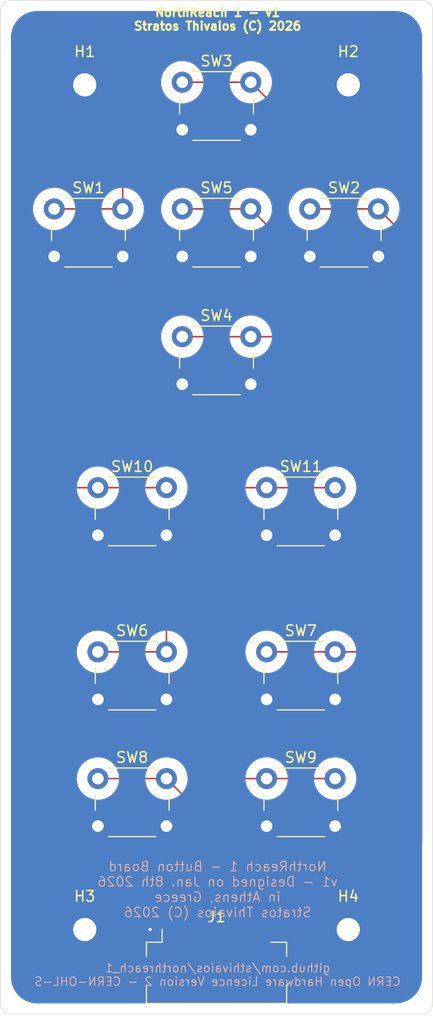
<source format=kicad_pcb>
(kicad_pcb (version 20241229) (generator "pcbnew") (generator_version "9.0")
  (title_block (title "NorthReach 1 - Button board") (date "2026-01-24") (rev "v1.0") (company "Stratos Thivaios") (comment 1 "CERN Open Hardware License v2 - Strongly Reciprocal") (comment 2 "Copyright © 2026 Stratos Thivaios") (comment 3 "github.com/sthivaios/northreach_1"))
  (layers (0 "F.Cu" signal) (2 "B.Cu" signal) (13 "F.Paste" user) (15 "B.Paste" user) (5 "F.SilkS" user "F.Silkscreen") (7 "B.SilkS" user "B.Silkscreen") (1 "F.Mask" user) (3 "B.Mask" user) (25 "Edge.Cuts" user))
  (net 0 "")
  (net 1 "VBUS")
  (net 2 "GND")
  (net 5 "BUTTON_UP")
  (net 7 "VDD")
  (net 8 "BUTTON_DOWN")
  (net 10 "BUTTON_VOL_UP")
  (net 12 "BUTTON_RIGHT")
  (net 13 "BUTTON_FN_1")
  (net 14 "BUTTON_VOL_DOWN")
  (net 15 "BUTTON_FN_4")
  (net 16 "BUTTON_FN_3")
  (net 17 "BUTTON_LEFT")
  (net 18 "BUTTON_RETURN")
  (net 19 "BUTTON_FN_2")
  (footprint "Button_Switch_THT:SW_PUSH_6mm_H5mm" (layer "F.Cu") (at 152.65 120.8)
    (property "Reference" "SW9" (at 3.25 -2 0) (layer "F.SilkS"))
    (property "Value" "Fn_4")
    (fp_line (start -0.25 1.5) (end -0.25 3) (stroke (width 0.12)) (layer "F.SilkS"))
    (fp_line (start 1 5.5) (end 5.5 5.5) (stroke (width 0.12)) (layer "F.SilkS"))
    (fp_line (start 5.5 -1) (end 1 -1) (stroke (width 0.12)) (layer "F.SilkS"))
    (fp_line (start 6.75 3) (end 6.75 1.5) (stroke (width 0.12)) (layer "F.SilkS"))
    (pad "1" thru_hole circle (at 0 0 90) (size 2 2) (drill 1.1) (layers "*.Cu" "*.Mask") (net 15 "BUTTON_FN_4"))
    (pad "1" thru_hole circle (at 6.5 0 90) (size 2 2) (drill 1.1) (layers "*.Cu" "*.Mask") (net 15 "BUTTON_FN_4"))
    (pad "2" thru_hole circle (at 0 4.5 90) (size 2 2) (drill 1.1) (layers "*.Cu" "*.Mask") (net 2 "GND"))
    (pad "2" thru_hole circle (at 6.5 4.5 90) (size 2 2) (drill 1.1) (layers "*.Cu" "*.Mask") (net 2 "GND"))
  )
  (footprint "Button_Switch_THT:SW_PUSH_6mm_H5mm" (layer "F.Cu") (at 136.65 108.8)
    (property "Reference" "SW6" (at 3.25 -2 0) (layer "F.SilkS"))
    (property "Value" "Fn_1")
    (fp_line (start -0.25 1.5) (end -0.25 3) (stroke (width 0.12)) (layer "F.SilkS"))
    (fp_line (start 1 5.5) (end 5.5 5.5) (stroke (width 0.12)) (layer "F.SilkS"))
    (fp_line (start 5.5 -1) (end 1 -1) (stroke (width 0.12)) (layer "F.SilkS"))
    (fp_line (start 6.75 3) (end 6.75 1.5) (stroke (width 0.12)) (layer "F.SilkS"))
    (pad "1" thru_hole circle (at 0 0 90) (size 2 2) (drill 1.1) (layers "*.Cu" "*.Mask") (net 13 "BUTTON_FN_1"))
    (pad "1" thru_hole circle (at 6.5 0 90) (size 2 2) (drill 1.1) (layers "*.Cu" "*.Mask") (net 13 "BUTTON_FN_1"))
    (pad "2" thru_hole circle (at 0 4.5 90) (size 2 2) (drill 1.1) (layers "*.Cu" "*.Mask") (net 2 "GND"))
    (pad "2" thru_hole circle (at 6.5 4.5 90) (size 2 2) (drill 1.1) (layers "*.Cu" "*.Mask") (net 2 "GND"))
  )
  (footprint "Button_Switch_THT:SW_PUSH_6mm_H5mm" (layer "F.Cu") (at 132.5 66.85)
    (property "Reference" "SW1" (at 3.25 -2 0) (layer "F.SilkS"))
    (property "Value" "Left")
    (fp_line (start -0.25 1.5) (end -0.25 3) (stroke (width 0.12)) (layer "F.SilkS"))
    (fp_line (start 1 5.5) (end 5.5 5.5) (stroke (width 0.12)) (layer "F.SilkS"))
    (fp_line (start 5.5 -1) (end 1 -1) (stroke (width 0.12)) (layer "F.SilkS"))
    (fp_line (start 6.75 3) (end 6.75 1.5) (stroke (width 0.12)) (layer "F.SilkS"))
    (pad "1" thru_hole circle (at 0 0 90) (size 2 2) (drill 1.1) (layers "*.Cu" "*.Mask") (net 17 "BUTTON_LEFT"))
    (pad "1" thru_hole circle (at 6.5 0 90) (size 2 2) (drill 1.1) (layers "*.Cu" "*.Mask") (net 17 "BUTTON_LEFT"))
    (pad "2" thru_hole circle (at 0 4.5 90) (size 2 2) (drill 1.1) (layers "*.Cu" "*.Mask") (net 2 "GND"))
    (pad "2" thru_hole circle (at 6.5 4.5 90) (size 2 2) (drill 1.1) (layers "*.Cu" "*.Mask") (net 2 "GND"))
  )
  (footprint "Button_Switch_THT:SW_PUSH_6mm_H5mm" (layer "F.Cu") (at 144.65 54.85)
    (property "Reference" "SW3" (at 3.25 -2 0) (layer "F.SilkS"))
    (property "Value" "Up")
    (fp_line (start -0.25 1.5) (end -0.25 3) (stroke (width 0.12)) (layer "F.SilkS"))
    (fp_line (start 1 5.5) (end 5.5 5.5) (stroke (width 0.12)) (layer "F.SilkS"))
    (fp_line (start 5.5 -1) (end 1 -1) (stroke (width 0.12)) (layer "F.SilkS"))
    (fp_line (start 6.75 3) (end 6.75 1.5) (stroke (width 0.12)) (layer "F.SilkS"))
    (pad "1" thru_hole circle (at 0 0 90) (size 2 2) (drill 1.1) (layers "*.Cu" "*.Mask") (net 5 "BUTTON_UP"))
    (pad "1" thru_hole circle (at 6.5 0 90) (size 2 2) (drill 1.1) (layers "*.Cu" "*.Mask") (net 5 "BUTTON_UP"))
    (pad "2" thru_hole circle (at 0 4.5 90) (size 2 2) (drill 1.1) (layers "*.Cu" "*.Mask") (net 2 "GND"))
    (pad "2" thru_hole circle (at 6.5 4.5 90) (size 2 2) (drill 1.1) (layers "*.Cu" "*.Mask") (net 2 "GND"))
  )
  (footprint "MountingHole:MountingHole_2.2mm_M2_Pad" (layer "F.Cu") (at 135.4 135.1)
    (property "Reference" "H3" (at 0 -3.15 0) (layer "F.SilkS"))
    (property "Value" "MountingHole_Pad")
    (pad "1" thru_hole circle (at 0 0) (size 4.4 4.4) (drill 2.2) (layers "*.Cu" "*.Mask") (net 2 "GND"))
  )
  (footprint "Button_Switch_THT:SW_PUSH_6mm_H5mm" (layer "F.Cu") (at 144.65 78.95)
    (property "Reference" "SW4" (at 3.25 -2 0) (layer "F.SilkS"))
    (property "Value" "Down")
    (fp_line (start -0.25 1.5) (end -0.25 3) (stroke (width 0.12)) (layer "F.SilkS"))
    (fp_line (start 1 5.5) (end 5.5 5.5) (stroke (width 0.12)) (layer "F.SilkS"))
    (fp_line (start 5.5 -1) (end 1 -1) (stroke (width 0.12)) (layer "F.SilkS"))
    (fp_line (start 6.75 3) (end 6.75 1.5) (stroke (width 0.12)) (layer "F.SilkS"))
    (pad "1" thru_hole circle (at 0 0 90) (size 2 2) (drill 1.1) (layers "*.Cu" "*.Mask") (net 8 "BUTTON_DOWN"))
    (pad "1" thru_hole circle (at 6.5 0 90) (size 2 2) (drill 1.1) (layers "*.Cu" "*.Mask") (net 8 "BUTTON_DOWN"))
    (pad "2" thru_hole circle (at 0 4.5 90) (size 2 2) (drill 1.1) (layers "*.Cu" "*.Mask") (net 2 "GND"))
    (pad "2" thru_hole circle (at 6.5 4.5 90) (size 2 2) (drill 1.1) (layers "*.Cu" "*.Mask") (net 2 "GND"))
  )
  (footprint "Button_Switch_THT:SW_PUSH_6mm_H5mm" (layer "F.Cu") (at 152.65 93.25)
    (property "Reference" "SW11" (at 3.25 -2 0) (layer "F.SilkS"))
    (property "Value" "Vol_Down")
    (fp_line (start -0.25 1.5) (end -0.25 3) (stroke (width 0.12)) (layer "F.SilkS"))
    (fp_line (start 1 5.5) (end 5.5 5.5) (stroke (width 0.12)) (layer "F.SilkS"))
    (fp_line (start 5.5 -1) (end 1 -1) (stroke (width 0.12)) (layer "F.SilkS"))
    (fp_line (start 6.75 3) (end 6.75 1.5) (stroke (width 0.12)) (layer "F.SilkS"))
    (pad "1" thru_hole circle (at 0 0 90) (size 2 2) (drill 1.1) (layers "*.Cu" "*.Mask") (net 14 "BUTTON_VOL_DOWN"))
    (pad "1" thru_hole circle (at 6.5 0 90) (size 2 2) (drill 1.1) (layers "*.Cu" "*.Mask") (net 14 "BUTTON_VOL_DOWN"))
    (pad "2" thru_hole circle (at 0 4.5 90) (size 2 2) (drill 1.1) (layers "*.Cu" "*.Mask") (net 2 "GND"))
    (pad "2" thru_hole circle (at 6.5 4.5 90) (size 2 2) (drill 1.1) (layers "*.Cu" "*.Mask") (net 2 "GND"))
  )
  (footprint "MountingHole:MountingHole_2.2mm_M2_Pad" (layer "F.Cu") (at 160.4 55.1)
    (property "Reference" "H2" (at 0 -3.15 0) (layer "F.SilkS"))
    (property "Value" "MountingHole_Pad")
    (pad "1" thru_hole circle (at 0 0) (size 4.4 4.4) (drill 2.2) (layers "*.Cu" "*.Mask") (net 2 "GND"))
  )
  (footprint "Button_Switch_THT:SW_PUSH_6mm_H5mm" (layer "F.Cu") (at 152.65 108.8)
    (property "Reference" "SW7" (at 3.25 -2 0) (layer "F.SilkS"))
    (property "Value" "Fn_2")
    (fp_line (start -0.25 1.5) (end -0.25 3) (stroke (width 0.12)) (layer "F.SilkS"))
    (fp_line (start 1 5.5) (end 5.5 5.5) (stroke (width 0.12)) (layer "F.SilkS"))
    (fp_line (start 5.5 -1) (end 1 -1) (stroke (width 0.12)) (layer "F.SilkS"))
    (fp_line (start 6.75 3) (end 6.75 1.5) (stroke (width 0.12)) (layer "F.SilkS"))
    (pad "1" thru_hole circle (at 0 0 90) (size 2 2) (drill 1.1) (layers "*.Cu" "*.Mask") (net 19 "BUTTON_FN_2"))
    (pad "1" thru_hole circle (at 6.5 0 90) (size 2 2) (drill 1.1) (layers "*.Cu" "*.Mask") (net 19 "BUTTON_FN_2"))
    (pad "2" thru_hole circle (at 0 4.5 90) (size 2 2) (drill 1.1) (layers "*.Cu" "*.Mask") (net 2 "GND"))
    (pad "2" thru_hole circle (at 6.5 4.5 90) (size 2 2) (drill 1.1) (layers "*.Cu" "*.Mask") (net 2 "GND"))
  )
  (footprint "Button_Switch_THT:SW_PUSH_6mm_H5mm" (layer "F.Cu") (at 156.75 66.85)
    (property "Reference" "SW2" (at 3.25 -2 0) (layer "F.SilkS"))
    (property "Value" "Right")
    (fp_line (start -0.25 1.5) (end -0.25 3) (stroke (width 0.12)) (layer "F.SilkS"))
    (fp_line (start 1 5.5) (end 5.5 5.5) (stroke (width 0.12)) (layer "F.SilkS"))
    (fp_line (start 5.5 -1) (end 1 -1) (stroke (width 0.12)) (layer "F.SilkS"))
    (fp_line (start 6.75 3) (end 6.75 1.5) (stroke (width 0.12)) (layer "F.SilkS"))
    (pad "1" thru_hole circle (at 0 0 90) (size 2 2) (drill 1.1) (layers "*.Cu" "*.Mask") (net 12 "BUTTON_RIGHT"))
    (pad "1" thru_hole circle (at 6.5 0 90) (size 2 2) (drill 1.1) (layers "*.Cu" "*.Mask") (net 12 "BUTTON_RIGHT"))
    (pad "2" thru_hole circle (at 0 4.5 90) (size 2 2) (drill 1.1) (layers "*.Cu" "*.Mask") (net 2 "GND"))
    (pad "2" thru_hole circle (at 6.5 4.5 90) (size 2 2) (drill 1.1) (layers "*.Cu" "*.Mask") (net 2 "GND"))
  )
  (footprint "MountingHole:MountingHole_2.2mm_M2_Pad" (layer "F.Cu") (at 160.4 135.1)
    (property "Reference" "H4" (at 0 -3.15 0) (layer "F.SilkS"))
    (property "Value" "MountingHole_Pad")
    (pad "1" thru_hole circle (at 0 0) (size 4.4 4.4) (drill 2.2) (layers "*.Cu" "*.Mask") (net 2 "GND"))
  )
  (footprint "Connector_FFC-FPC:Hirose_FH12-20S-0.5SH_1x20-1MP_P0.50mm_Horizontal" (layer "F.Cu") (at 147.9 137.6)
    (property "Reference" "J1" (at 0 -3.7 0) (layer "F.SilkS"))
    (property "Value" "Conn_01x20")
    (fp_line (start -6.65 -1.3) (end -6.65 0.04) (stroke (width 0.12)) (layer "F.SilkS"))
    (fp_line (start -6.65 2.76) (end -6.65 4.5) (stroke (width 0.12)) (layer "F.SilkS"))
    (fp_line (start -6.65 4.5) (end 6.65 4.5) (stroke (width 0.12)) (layer "F.SilkS"))
    (fp_line (start -5.16 -1.3) (end -6.65 -1.3) (stroke (width 0.12)) (layer "F.SilkS"))
    (fp_line (start -5.16 -1.3) (end -5.16 -2.5) (stroke (width 0.12)) (layer "F.SilkS"))
    (fp_line (start 5.16 -1.3) (end 6.65 -1.3) (stroke (width 0.12)) (layer "F.SilkS"))
    (fp_line (start 6.65 -1.3) (end 6.65 0.04) (stroke (width 0.12)) (layer "F.SilkS"))
    (fp_line (start 6.65 4.5) (end 6.65 2.76) (stroke (width 0.12)) (layer "F.SilkS"))
    (pad "1" smd rect (at -4.75 -1.85) (size 0.3 1.3) (layers "F.Cu" "F.Mask" "F.Paste") (net 2 "GND"))
    (pad "2" smd rect (at -4.25 -1.85) (size 0.3 1.3) (layers "F.Cu" "F.Mask" "F.Paste") (net 7 "VDD"))
    (pad "3" smd rect (at -3.75 -1.85) (size 0.3 1.3) (layers "F.Cu" "F.Mask" "F.Paste") (net 1 "VBUS"))
    (pad "4" smd rect (at -3.25 -1.85) (size 0.3 1.3) (layers "F.Cu" "F.Mask" "F.Paste"))
    (pad "5" smd rect (at -2.75 -1.85) (size 0.3 1.3) (layers "F.Cu" "F.Mask" "F.Paste"))
    (pad "6" smd rect (at -2.25 -1.85) (size 0.3 1.3) (layers "F.Cu" "F.Mask" "F.Paste"))
    (pad "7" smd rect (at -1.75 -1.85) (size 0.3 1.3) (layers "F.Cu" "F.Mask" "F.Paste"))
    (pad "8" smd rect (at -1.25 -1.85) (size 0.3 1.3) (layers "F.Cu" "F.Mask" "F.Paste"))
    (pad "9" smd rect (at -0.75 -1.85) (size 0.3 1.3) (layers "F.Cu" "F.Mask" "F.Paste"))
    (pad "10" smd rect (at -0.25 -1.85) (size 0.3 1.3) (layers "F.Cu" "F.Mask" "F.Paste") (net 14 "BUTTON_VOL_DOWN"))
    (pad "11" smd rect (at 0.25 -1.85) (size 0.3 1.3) (layers "F.Cu" "F.Mask" "F.Paste") (net 10 "BUTTON_VOL_UP"))
    (pad "12" smd rect (at 0.75 -1.85) (size 0.3 1.3) (layers "F.Cu" "F.Mask" "F.Paste") (net 15 "BUTTON_FN_4"))
    (pad "13" smd rect (at 1.25 -1.85) (size 0.3 1.3) (layers "F.Cu" "F.Mask" "F.Paste") (net 16 "BUTTON_FN_3"))
    (pad "14" smd rect (at 1.75 -1.85) (size 0.3 1.3) (layers "F.Cu" "F.Mask" "F.Paste") (net 19 "BUTTON_FN_2"))
    (pad "15" smd rect (at 2.25 -1.85) (size 0.3 1.3) (layers "F.Cu" "F.Mask" "F.Paste") (net 13 "BUTTON_FN_1"))
    (pad "16" smd rect (at 2.75 -1.85) (size 0.3 1.3) (layers "F.Cu" "F.Mask" "F.Paste") (net 18 "BUTTON_RETURN"))
    (pad "17" smd rect (at 3.25 -1.85) (size 0.3 1.3) (layers "F.Cu" "F.Mask" "F.Paste") (net 8 "BUTTON_DOWN"))
    (pad "18" smd rect (at 3.75 -1.85) (size 0.3 1.3) (layers "F.Cu" "F.Mask" "F.Paste") (net 5 "BUTTON_UP"))
    (pad "19" smd rect (at 4.25 -1.85) (size 0.3 1.3) (layers "F.Cu" "F.Mask" "F.Paste") (net 12 "BUTTON_RIGHT"))
    (pad "20" smd rect (at 4.75 -1.85) (size 0.3 1.3) (layers "F.Cu" "F.Mask" "F.Paste") (net 17 "BUTTON_LEFT"))
    (pad "MP" smd rect (at -6.65 1.4) (size 1.8 2.2) (layers "F.Cu" "F.Mask" "F.Paste"))
    (pad "MP" smd rect (at 6.65 1.4) (size 1.8 2.2) (layers "F.Cu" "F.Mask" "F.Paste"))
  )
  (footprint "MountingHole:MountingHole_2.2mm_M2_Pad" (layer "F.Cu") (at 135.4 55.1)
    (property "Reference" "H1" (at 0 -3.15 0) (layer "F.SilkS"))
    (property "Value" "MountingHole_Pad")
    (pad "1" thru_hole circle (at 0 0) (size 4.4 4.4) (drill 2.2) (layers "*.Cu" "*.Mask") (net 2 "GND"))
  )
  (footprint "Button_Switch_THT:SW_PUSH_6mm_H5mm" (layer "F.Cu") (at 144.65 66.85)
    (property "Reference" "SW5" (at 3.25 -2 0) (layer "F.SilkS"))
    (property "Value" "Return")
    (fp_line (start -0.25 1.5) (end -0.25 3) (stroke (width 0.12)) (layer "F.SilkS"))
    (fp_line (start 1 5.5) (end 5.5 5.5) (stroke (width 0.12)) (layer "F.SilkS"))
    (fp_line (start 5.5 -1) (end 1 -1) (stroke (width 0.12)) (layer "F.SilkS"))
    (fp_line (start 6.75 3) (end 6.75 1.5) (stroke (width 0.12)) (layer "F.SilkS"))
    (pad "1" thru_hole circle (at 0 0 90) (size 2 2) (drill 1.1) (layers "*.Cu" "*.Mask") (net 18 "BUTTON_RETURN"))
    (pad "1" thru_hole circle (at 6.5 0 90) (size 2 2) (drill 1.1) (layers "*.Cu" "*.Mask") (net 18 "BUTTON_RETURN"))
    (pad "2" thru_hole circle (at 0 4.5 90) (size 2 2) (drill 1.1) (layers "*.Cu" "*.Mask") (net 2 "GND"))
    (pad "2" thru_hole circle (at 6.5 4.5 90) (size 2 2) (drill 1.1) (layers "*.Cu" "*.Mask") (net 2 "GND"))
  )
  (footprint "Button_Switch_THT:SW_PUSH_6mm_H5mm" (layer "F.Cu") (at 136.65 93.25)
    (property "Reference" "SW10" (at 3.25 -2 0) (layer "F.SilkS"))
    (property "Value" "Vol_Up")
    (fp_line (start -0.25 1.5) (end -0.25 3) (stroke (width 0.12)) (layer "F.SilkS"))
    (fp_line (start 1 5.5) (end 5.5 5.5) (stroke (width 0.12)) (layer "F.SilkS"))
    (fp_line (start 5.5 -1) (end 1 -1) (stroke (width 0.12)) (layer "F.SilkS"))
    (fp_line (start 6.75 3) (end 6.75 1.5) (stroke (width 0.12)) (layer "F.SilkS"))
    (pad "1" thru_hole circle (at 0 0 90) (size 2 2) (drill 1.1) (layers "*.Cu" "*.Mask") (net 10 "BUTTON_VOL_UP"))
    (pad "1" thru_hole circle (at 6.5 0 90) (size 2 2) (drill 1.1) (layers "*.Cu" "*.Mask") (net 10 "BUTTON_VOL_UP"))
    (pad "2" thru_hole circle (at 0 4.5 90) (size 2 2) (drill 1.1) (layers "*.Cu" "*.Mask") (net 2 "GND"))
    (pad "2" thru_hole circle (at 6.5 4.5 90) (size 2 2) (drill 1.1) (layers "*.Cu" "*.Mask") (net 2 "GND"))
  )
  (footprint "Button_Switch_THT:SW_PUSH_6mm_H5mm" (layer "F.Cu") (at 136.65 120.8)
    (property "Reference" "SW8" (at 3.25 -2 0) (layer "F.SilkS"))
    (property "Value" "Fn_3")
    (fp_line (start -0.25 1.5) (end -0.25 3) (stroke (width 0.12)) (layer "F.SilkS"))
    (fp_line (start 1 5.5) (end 5.5 5.5) (stroke (width 0.12)) (layer "F.SilkS"))
    (fp_line (start 5.5 -1) (end 1 -1) (stroke (width 0.12)) (layer "F.SilkS"))
    (fp_line (start 6.75 3) (end 6.75 1.5) (stroke (width 0.12)) (layer "F.SilkS"))
    (pad "1" thru_hole circle (at 0 0 90) (size 2 2) (drill 1.1) (layers "*.Cu" "*.Mask") (net 16 "BUTTON_FN_3"))
    (pad "1" thru_hole circle (at 6.5 0 90) (size 2 2) (drill 1.1) (layers "*.Cu" "*.Mask") (net 16 "BUTTON_FN_3"))
    (pad "2" thru_hole circle (at 0 4.5 90) (size 2 2) (drill 1.1) (layers "*.Cu" "*.Mask") (net 2 "GND"))
    (pad "2" thru_hole circle (at 6.5 4.5 90) (size 2 2) (drill 1.1) (layers "*.Cu" "*.Mask") (net 2 "GND"))
  )
  (gr_line (start 167.4 143.1) (end 128.4 143.1) (stroke (width 0.05)) (layer "Edge.Cuts"))
  (gr_line (start 128.4 47.1) (end 167.4 47.1) (stroke (width 0.05)) (layer "Edge.Cuts"))
  (gr_arc (start 128.4 143.1) (mid 127.692893 142.807107) (end 127.4 142.1) (stroke (width 0.05)) (layer "Edge.Cuts"))
  (gr_line (start 127.4 142.1) (end 127.4 48.1) (stroke (width 0.05)) (layer "Edge.Cuts"))
  (gr_arc (start 127.4 48.1) (mid 127.692893 47.392893) (end 128.4 47.1) (stroke (width 0.05)) (layer "Edge.Cuts"))
  (gr_arc (start 167.4 47.1) (mid 168.107107 47.392893) (end 168.4 48.1) (stroke (width 0.05)) (layer "Edge.Cuts"))
  (gr_line (start 168.4 48.1) (end 168.4 142.1) (stroke (width 0.05)) (layer "Edge.Cuts"))
  (gr_arc (start 168.4 142.1) (mid 168.107107 142.807107) (end 167.4 143.1) (stroke (width 0.05)) (layer "Edge.Cuts"))
  (gr_text "NorthReach 1 - v1\nStratos Thivaios (C) 2026" (at 148 50 0) (layer "F.SilkS") (effects (font (size 0.8 0.8) (thickness 0.2) (bold yes)) (justify bottom)))
  (gr_text "github.com/sthivaios/northreach_1\nCERN Open Hardware Licence Version 2 - CERN-OHL-S" (at 148 140.5 0) (layer "B.SilkS") (effects (font (size 0.8 0.8) (thickness 0.1)) (justify bottom mirror)))
  (gr_text "NorthReach 1 - Button Board\nv1 - Designed on Jan. 8th 2026\nin Athens, Greece\nStratos Thivaios (C) 2026" (at 148 134 0) (layer "B.SilkS") (effects (font (size 0.9 0.9) (thickness 0.1)) (justify bottom mirror)))
  (segment (start 142.5 135.1) (end 143.15 135.75) (width 0.3) (layer "F.Cu") (net 2))
  (segment (start 141.6 135.1) (end 142.5 135.1) (width 0.3) (layer "F.Cu") (net 2))
  (via (at 141.6 135.1) (size 0.6) (drill 0.3) (layers "F.Cu" "B.Cu") (net 2))
  (segment (start 144.65 54.85) (end 151.15 54.85) (width 0.15) (layer "F.Cu") (net 5))
  (segment (start 166.35 126.35) (end 166.35 76.85) (width 0.15) (layer "F.Cu") (net 5))
  (segment (start 154.1 57.8) (end 151.15 54.85) (width 0.15) (layer "F.Cu") (net 5))
  (segment (start 156.1 129.35) (end 163.35 129.35) (width 0.15) (layer "F.Cu") (net 5))
  (segment (start 166.35 76.85) (end 164.35 74.85) (width 0.15) (layer "F.Cu") (net 5))
  (segment (start 151.65 133.8) (end 156.1 129.35) (width 0.15) (layer "F.Cu") (net 5))
  (segment (start 155.85 74.85) (end 154.1 73.1) (width 0.15) (layer "F.Cu") (net 5))
  (segment (start 151.65 135.75) (end 151.65 133.8) (width 0.15) (layer "F.Cu") (net 5))
  (segment (start 154.1 73.1) (end 154.1 57.8) (width 0.15) (layer "F.Cu") (net 5))
  (segment (start 164.35 74.85) (end 155.85 74.85) (width 0.15) (layer "F.Cu") (net 5))
  (segment (start 163.35 129.35) (end 166.35 126.35) (width 0.15) (layer "F.Cu") (net 5))
  (segment (start 165.85 126.1) (end 165.85 80.6) (width 0.15) (layer "F.Cu") (net 8))
  (segment (start 151.15 135.75) (end 151.15 133.55) (width 0.15) (layer "F.Cu") (net 8))
  (segment (start 165.85 80.6) (end 164.2 78.95) (width 0.15) (layer "F.Cu") (net 8))
  (segment (start 164.2 78.95) (end 151.15 78.95) (width 0.15) (layer "F.Cu") (net 8))
  (segment (start 144.65 78.95) (end 151.15 78.95) (width 0.15) (layer "F.Cu") (net 8))
  (segment (start 151.15 133.55) (end 155.85 128.85) (width 0.15) (layer "F.Cu") (net 8))
  (segment (start 155.85 128.85) (end 163.1 128.85) (width 0.15) (layer "F.Cu") (net 8))
  (segment (start 163.1 128.85) (end 165.85 126.1) (width 0.15) (layer "F.Cu") (net 8))
  (segment (start 131.35 126.85) (end 133.6 129.1) (width 0.15) (layer "F.Cu") (net 10))
  (segment (start 136.65 93.25) (end 143.15 93.25) (width 0.15) (layer "F.Cu") (net 10))
  (segment (start 136.65 93.25) (end 133.45 93.25) (width 0.15) (layer "F.Cu") (net 10))
  (segment (start 131.35 95.35) (end 131.35 126.85) (width 0.15) (layer "F.Cu") (net 10))
  (segment (start 148.15 133.65) (end 148.15 135.75) (width 0.15) (layer "F.Cu") (net 10))
  (segment (start 143.6 129.1) (end 148.15 133.65) (width 0.15) (layer "F.Cu") (net 10))
  (segment (start 133.45 93.25) (end 131.35 95.35) (width 0.15) (layer "F.Cu") (net 10))
  (segment (start 133.6 129.1) (end 143.6 129.1) (width 0.15) (layer "F.Cu") (net 10))
  (segment (start 156.35 129.85) (end 163.6 129.85) (width 0.15) (layer "F.Cu") (net 12))
  (segment (start 156.75 66.85) (end 163.25 66.85) (width 0.15) (layer "F.Cu") (net 12))
  (segment (start 152.15 135.75) (end 152.15 134.05) (width 0.15) (layer "F.Cu") (net 12))
  (segment (start 166.85 126.6) (end 166.85 70.45) (width 0.15) (layer "F.Cu") (net 12))
  (segment (start 166.85 70.45) (end 163.25 66.85) (width 0.15) (layer "F.Cu") (net 12))
  (segment (start 163.6 129.85) (end 166.85 126.6) (width 0.15) (layer "F.Cu") (net 12))
  (segment (start 152.15 134.05) (end 156.35 129.85) (width 0.15) (layer "F.Cu") (net 12))
  (segment (start 163.35 104.1) (end 145.6 104.1) (width 0.15) (layer "F.Cu") (net 13))
  (segment (start 143.15 106.55) (end 143.15 108.8) (width 0.15) (layer "F.Cu") (net 13))
  (segment (start 136.65 108.8) (end 143.15 108.8) (width 0.15) (layer "F.Cu") (net 13))
  (segment (start 155.35 127.85) (end 162.725 127.85) (width 0.15) (layer "F.Cu") (net 13))
  (segment (start 162.725 127.85) (end 164.85 125.725) (width 0.15) (layer "F.Cu") (net 13))
  (segment (start 150.15 135.75) (end 150.15 133.05) (width 0.15) (layer "F.Cu") (net 13))
  (segment (start 145.6 104.1) (end 143.15 106.55) (width 0.15) (layer "F.Cu") (net 13))
  (segment (start 150.15 133.05) (end 155.35 127.85) (width 0.15) (layer "F.Cu") (net 13))
  (segment (start 164.85 125.725) (end 164.85 105.6) (width 0.15) (layer "F.Cu") (net 13))
  (segment (start 164.85 105.6) (end 163.35 104.1) (width 0.15) (layer "F.Cu") (net 13))
  (segment (start 134.1 89.35) (end 130.35 93.1) (width 0.15) (layer "F.Cu") (net 14))
  (segment (start 152.65 93.25) (end 147.25 93.25) (width 0.15) (layer "F.Cu") (net 14))
  (segment (start 147.25 93.25) (end 143.35 89.35) (width 0.15) (layer "F.Cu") (net 14))
  (segment (start 130.35 127.1) (end 133.1 129.85) (width 0.15) (layer "F.Cu") (net 14))
  (segment (start 143.35 89.35) (end 134.1 89.35) (width 0.15) (layer "F.Cu") (net 14))
  (segment (start 152.65 93.25) (end 159.15 93.25) (width 0.15) (layer "F.Cu") (net 14))
  (segment (start 147.65 134.15) (end 147.65 135.75) (width 0.15) (layer "F.Cu") (net 14))
  (segment (start 133.1 129.85) (end 143.35 129.85) (width 0.15) (layer "F.Cu") (net 14))
  (segment (start 130.35 93.1) (end 130.35 127.1) (width 0.15) (layer "F.Cu") (net 14))
  (segment (start 143.35 129.85) (end 147.65 134.15) (width 0.15) (layer "F.Cu") (net 14))
  (segment (start 148.65 133.15) (end 148.65 135.75) (width 0.15) (layer "F.Cu") (net 15))
  (segment (start 133.6 117.35) (end 132.35 118.6) (width 0.15) (layer "F.Cu") (net 15))
  (segment (start 144.35 117.35) (end 133.6 117.35) (width 0.15) (layer "F.Cu") (net 15))
  (segment (start 152.65 120.8) (end 147.8 120.8) (width 0.15) (layer "F.Cu") (net 15))
  (segment (start 132.35 118.6) (end 132.35 126.35) (width 0.15) (layer "F.Cu") (net 15))
  (segment (start 147.8 120.8) (end 144.35 117.35) (width 0.15) (layer "F.Cu") (net 15))
  (segment (start 132.35 126.35) (end 134.35 128.35) (width 0.15) (layer "F.Cu") (net 15))
  (segment (start 134.35 128.35) (end 143.85 128.35) (width 0.15) (layer "F.Cu") (net 15))
  (segment (start 143.85 128.35) (end 148.65 133.15) (width 0.15) (layer "F.Cu") (net 15))
  (segment (start 152.65 120.8) (end 159.15 120.8) (width 0.15) (layer "F.Cu") (net 15))
  (segment (start 145.6 129.1) (end 149.15 132.65) (width 0.15) (layer "F.Cu") (net 16))
  (segment (start 136.65 120.8) (end 143.15 120.8) (width 0.15) (layer "F.Cu") (net 16))
  (segment (start 145.6 123.25) (end 145.6 129.1) (width 0.15) (layer "F.Cu") (net 16))
  (segment (start 149.15 132.65) (end 149.15 135.75) (width 0.15) (layer "F.Cu") (net 16))
  (segment (start 143.15 120.8) (end 145.6 123.25) (width 0.15) (layer "F.Cu") (net 16))
  (segment (start 167.35 54.1) (end 167.35 126.85) (width 0.15) (layer "F.Cu") (net 17))
  (segment (start 139 66.85) (end 139 54.95) (width 0.15) (layer "F.Cu") (net 17))
  (segment (start 143.1 50.85) (end 164.1 50.85) (width 0.15) (layer "F.Cu") (net 17))
  (segment (start 152.65 134.3) (end 152.65 135.75) (width 0.15) (layer "F.Cu") (net 17))
  (segment (start 167.35 126.85) (end 163.85 130.35) (width 0.15) (layer "F.Cu") (net 17))
  (segment (start 156.6 130.35) (end 152.65 134.3) (width 0.15) (layer "F.Cu") (net 17))
  (segment (start 163.85 130.35) (end 156.6 130.35) (width 0.15) (layer "F.Cu") (net 17))
  (segment (start 132.5 66.85) (end 139 66.85) (width 0.15) (layer "F.Cu") (net 17))
  (segment (start 164.1 50.85) (end 167.35 54.1) (width 0.15) (layer "F.Cu") (net 17))
  (segment (start 139 54.95) (end 143.1 50.85) (width 0.15) (layer "F.Cu") (net 17))
  (segment (start 151.15 66.85) (end 153.35 69.05) (width 0.15) (layer "F.Cu") (net 18))
  (segment (start 163.6 86.6) (end 165.35 88.35) (width 0.15) (layer "F.Cu") (net 18))
  (segment (start 151.85 75.6) (end 143.6 75.6) (width 0.15) (layer "F.Cu") (net 18))
  (segment (start 162.85 128.35) (end 155.6 128.35) (width 0.15) (layer "F.Cu") (net 18))
  (segment (start 165.35 88.35) (end 165.35 125.85) (width 0.15) (layer "F.Cu") (net 18))
  (segment (start 144.65 66.85) (end 151.15 66.85) (width 0.15) (layer "F.Cu") (net 18))
  (segment (start 155.6 128.35) (end 150.65 133.3) (width 0.15) (layer "F.Cu") (net 18))
  (segment (start 153.35 74.1) (end 151.85 75.6) (width 0.15) (layer "F.Cu") (net 18))
  (segment (start 150.65 133.3) (end 150.65 135.75) (width 0.15) (layer "F.Cu") (net 18))
  (segment (start 143.6 75.6) (end 141.85 77.35) (width 0.15) (layer "F.Cu") (net 18))
  (segment (start 165.35 125.85) (end 162.85 128.35) (width 0.15) (layer "F.Cu") (net 18))
  (segment (start 143.1 86.6) (end 163.6 86.6) (width 0.15) (layer "F.Cu") (net 18))
  (segment (start 153.35 69.05) (end 153.35 74.1) (width 0.15) (layer "F.Cu") (net 18))
  (segment (start 141.85 77.35) (end 141.85 85.35) (width 0.15) (layer "F.Cu") (net 18))
  (segment (start 141.85 85.35) (end 143.1 86.6) (width 0.15) (layer "F.Cu") (net 18))
  (segment (start 155.1 127.35) (end 162.6 127.35) (width 0.15) (layer "F.Cu") (net 19))
  (segment (start 152.65 108.8) (end 159.15 108.8) (width 0.15) (layer "F.Cu") (net 19))
  (segment (start 164.499 110.249) (end 163.05 108.8) (width 0.15) (layer "F.Cu") (net 19))
  (segment (start 149.65 135.75) (end 149.65 132.8) (width 0.15) (layer "F.Cu") (net 19))
  (segment (start 162.6 127.35) (end 164.499 125.451) (width 0.15) (layer "F.Cu") (net 19))
  (segment (start 149.65 132.8) (end 155.1 127.35) (width 0.15) (layer "F.Cu") (net 19))
  (segment (start 164.499 125.451) (end 164.499 110.249) (width 0.15) (layer "F.Cu") (net 19))
  (segment (start 163.05 108.8) (end 159.15 108.8) (width 0.15) (layer "F.Cu") (net 19))
  (zone (net 2) (net_name "GND") (layer "B.Cu") (connect_pads yes (clearance 1)) (min_thickness 0.25) (fill yes (thermal_gap 0.5) (thermal_bridge_width 0.5) (smoothing fillet) (radius 2.5))
    (polygon (pts (xy 167.4 142.1) (xy 167.4 48.1) (xy 128.4 48.1) (xy 128.4 142.1)))
  )
)
</source>
